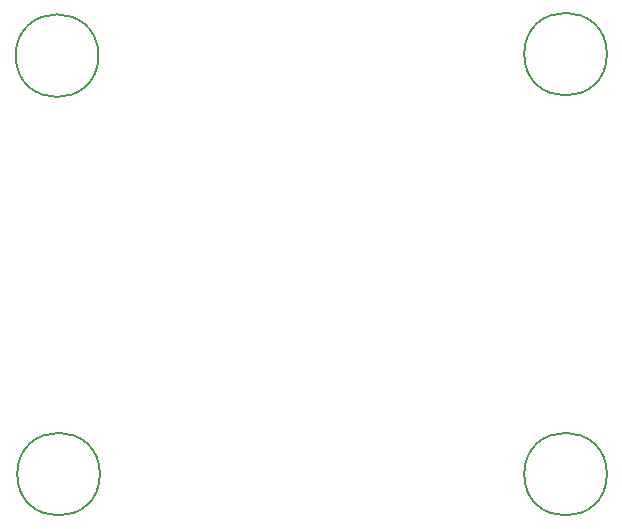
<source format=gbr>
%TF.GenerationSoftware,KiCad,Pcbnew,5.1.9-73d0e3b20d~88~ubuntu20.04.1*%
%TF.CreationDate,2021-04-18T23:12:54+02:00*%
%TF.ProjectId,interrupter,696e7465-7272-4757-9074-65722e6b6963,rev?*%
%TF.SameCoordinates,Original*%
%TF.FileFunction,Other,Comment*%
%FSLAX46Y46*%
G04 Gerber Fmt 4.6, Leading zero omitted, Abs format (unit mm)*
G04 Created by KiCad (PCBNEW 5.1.9-73d0e3b20d~88~ubuntu20.04.1) date 2021-04-18 23:12:54*
%MOMM*%
%LPD*%
G01*
G04 APERTURE LIST*
%ADD10C,0.150000*%
G04 APERTURE END LIST*
D10*
%TO.C,REF\u002A\u002A*%
X224480000Y-115570000D02*
G75*
G03*
X224480000Y-115570000I-3500000J0D01*
G01*
X181554000Y-115570000D02*
G75*
G03*
X181554000Y-115570000I-3500000J0D01*
G01*
X181427000Y-80137000D02*
G75*
G03*
X181427000Y-80137000I-3500000J0D01*
G01*
X224480000Y-80010000D02*
G75*
G03*
X224480000Y-80010000I-3500000J0D01*
G01*
%TD*%
M02*

</source>
